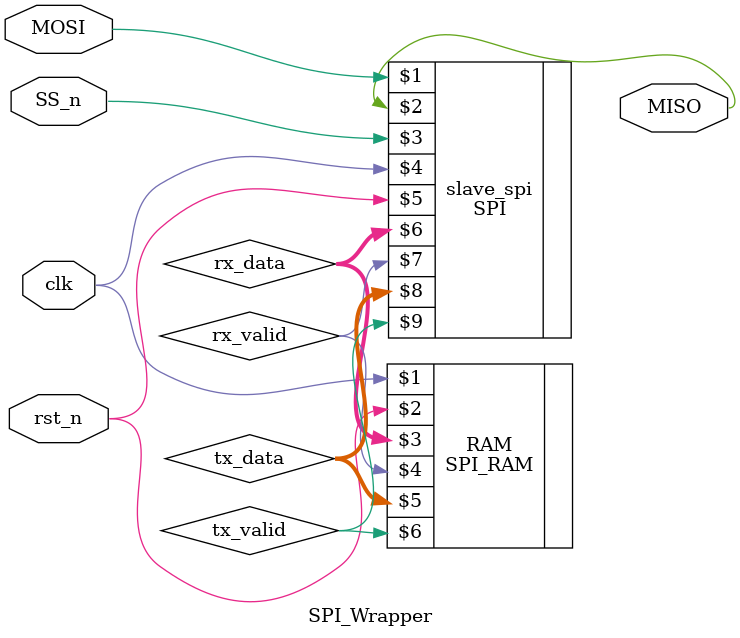
<source format=v>
module SPI_Wrapper (MOSI , MISO , SS_n , clk , rst_n);

input wire MOSI , SS_n , clk , rst_n ;
output wire MISO ; 

wire [7:0] tx_data ;
wire [9:0] rx_data ; 
wire rx_valid , tx_valid ;
SPI slave_spi (MOSI , MISO , SS_n , clk , rst_n , rx_data , rx_valid , tx_data , tx_valid);
SPI_RAM RAM (clk,rst_n,rx_data,rx_valid,tx_data,tx_valid);
    
endmodule


</source>
